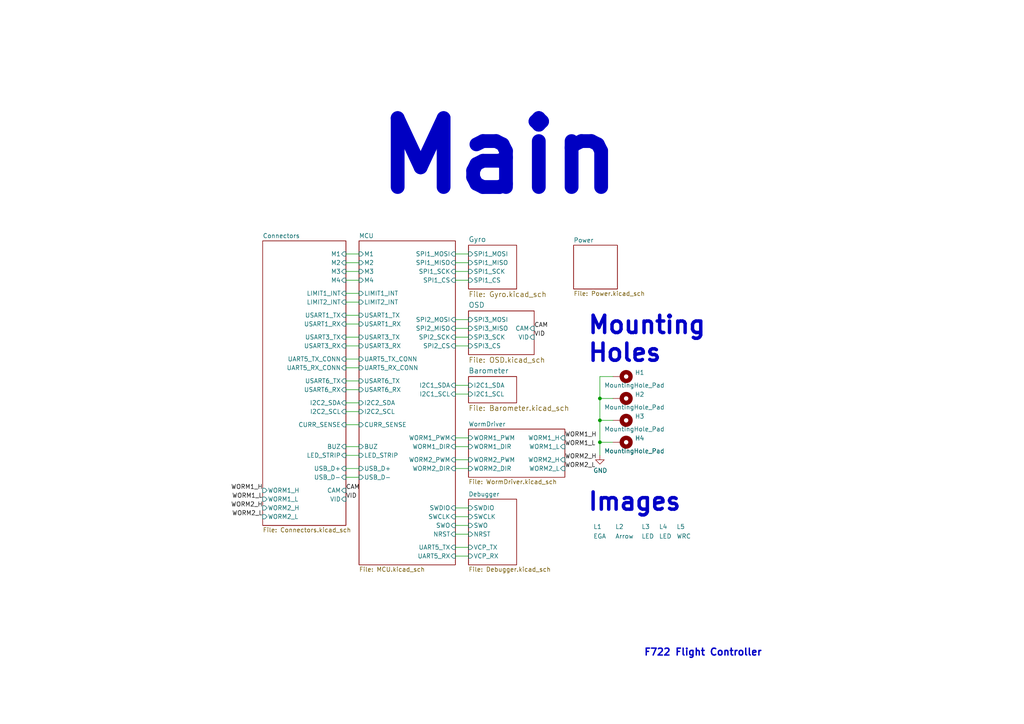
<source format=kicad_sch>
(kicad_sch (version 20211123) (generator eeschema)
  (paper "A4")
  (lib_symbols
    (symbol "JPW_Symbols:Arrow"
      (property "Reference" "L" (at 0 0 0))
      (property "Value" "Arrow" (at 0 0 0))
    )
    (symbol "JPW_Symbols:EGA"
      (property "Reference" "L" (at 0 0 0))
      (property "Value" "EGA" (at 0 0 0))
    )
    (symbol "JPW_Symbols:LED"
      (property "Reference" "L" (at 0 0 0))
      (property "Value" "LED" (at 0 0 0))
    )
    (symbol "JPW_Symbols:WRC"
      (property "Reference" "L" (at 0 0 0))
      (property "Value" "WRC" (at 0 0 0))
    )
    (symbol "Mechanical:MountingHole_Pad" (pin_numbers hide) (pin_names (offset 1.016) hide)
      (property "Reference" "H" (at 0 6.35 0))
      (property "Value" "MountingHole_Pad" (at 0 4.445 0))
      (symbol "MountingHole_Pad_0_1"
        (circle (center 0 1.27) (radius 1.27) (stroke (width 1.27)))
      )
      (symbol "MountingHole_Pad_1_1"
        (pin input line (at 0 -2.54 90) (length 2.54) (name "1") (number "1"))
      )
    )
    (symbol "power:GND" (power) (pin_names (offset 0))
      (property "Value" "GND" (at 0 -3.81 0))
      (symbol "GND_0_1"
        (polyline (pts (xy 0 0) (xy 0 -1.27) (xy 1.27 -1.27) (xy 0 -2.54) (xy -1.27 -1.27) (xy 0 -1.27)))
      )
      (symbol "GND_1_1"
        (pin power_in line (at 0 0 270) (length 0) hide (name "GND") (number "1"))
      )
    )
  )
  (junction (at 173.99 121.92))
  (junction (at 173.99 115.57))
  (junction (at 173.99 128.27))
  (wire (pts (xy 135.89 158.75) (xy 132.08 158.75)))
  (wire (pts (xy 100.33 106.68) (xy 104.14 106.68)))
  (wire (pts (xy 132.08 147.32) (xy 135.89 147.32)))
  (wire (pts (xy 100.33 116.84) (xy 104.14 116.84)))
  (wire (pts (xy 100.33 119.38) (xy 104.14 119.38)))
  (wire (pts (xy 173.99 115.57) (xy 173.99 121.92)))
  (wire (pts (xy 100.33 91.44) (xy 104.14 91.44)))
  (wire (pts (xy 100.33 87.63) (xy 104.14 87.63)))
  (wire (pts (xy 177.8 115.57) (xy 173.99 115.57)))
  (wire (pts (xy 135.89 152.4) (xy 132.08 152.4)))
  (wire (pts (xy 100.33 93.98) (xy 104.14 93.98)))
  (wire (pts (xy 104.14 132.08) (xy 100.33 132.08)))
  (wire (pts (xy 132.08 78.74) (xy 135.89 78.74)))
  (wire (pts (xy 100.33 113.03) (xy 104.14 113.03)))
  (wire (pts (xy 132.08 129.54) (xy 135.89 129.54)))
  (wire (pts (xy 132.08 100.33) (xy 135.89 100.33)))
  (wire (pts (xy 100.33 85.09) (xy 104.14 85.09)))
  (wire (pts (xy 104.14 138.43) (xy 100.33 138.43)))
  (wire (pts (xy 173.99 121.92) (xy 173.99 128.27)))
  (wire (pts (xy 100.33 73.66) (xy 104.14 73.66)))
  (wire (pts (xy 100.33 81.28) (xy 104.14 81.28)))
  (wire (pts (xy 177.8 109.22) (xy 173.99 109.22)))
  (wire (pts (xy 100.33 123.19) (xy 104.14 123.19)))
  (wire (pts (xy 132.08 149.86) (xy 135.89 149.86)))
  (wire (pts (xy 132.08 114.3) (xy 135.89 114.3)))
  (wire (pts (xy 100.33 76.2) (xy 104.14 76.2)))
  (wire (pts (xy 132.08 95.25) (xy 135.89 95.25)))
  (wire (pts (xy 135.89 97.79) (xy 132.08 97.79)))
  (wire (pts (xy 132.08 81.28) (xy 135.89 81.28)))
  (wire (pts (xy 100.33 135.89) (xy 104.14 135.89)))
  (wire (pts (xy 100.33 78.74) (xy 104.14 78.74)))
  (wire (pts (xy 132.08 135.89) (xy 135.89 135.89)))
  (wire (pts (xy 100.33 110.49) (xy 104.14 110.49)))
  (wire (pts (xy 100.33 97.79) (xy 104.14 97.79)))
  (wire (pts (xy 132.08 73.66) (xy 135.89 73.66)))
  (wire (pts (xy 100.33 129.54) (xy 104.14 129.54)))
  (wire (pts (xy 132.08 92.71) (xy 135.89 92.71)))
  (wire (pts (xy 132.08 161.29) (xy 135.89 161.29)))
  (wire (pts (xy 100.33 104.14) (xy 104.14 104.14)))
  (wire (pts (xy 132.08 127) (xy 135.89 127)))
  (wire (pts (xy 132.08 154.94) (xy 135.89 154.94)))
  (wire (pts (xy 132.08 111.76) (xy 135.89 111.76)))
  (wire (pts (xy 177.8 128.27) (xy 173.99 128.27)))
  (wire (pts (xy 100.33 100.33) (xy 104.14 100.33)))
  (wire (pts (xy 173.99 109.22) (xy 173.99 115.57)))
  (wire (pts (xy 132.08 133.35) (xy 135.89 133.35)))
  (wire (pts (xy 132.08 76.2) (xy 135.89 76.2)))
  (wire (pts (xy 173.99 121.92) (xy 177.8 121.92)))
  (wire (pts (xy 173.99 128.27) (xy 173.99 132.08)))
  (text "Mounting \nHoles" (at 170.18 105.41 0) (effects (font (size 5.0038 5.0038) (thickness 1.0008) bold) (justify left bottom)))
  (text "Images" (at 170.18 148.59 0) (effects (font (size 5.0038 5.0038) (thickness 1.0008) bold) (justify left bottom)))
  (text "F722 Flight Controller" (at 186.69 190.5 0) (effects (font (size 2.0066 2.0066) (thickness 0.4013) bold) (justify left bottom)))
  (text "Main" (at 107.95 57.15 0) (effects (font (size 19.9898 19.9898) (thickness 3.998) bold) (justify left bottom)))
  (label "CAM" (at 100.33 142.24 0))
  (label "WORM1_L" (at 76.2 144.78 180))
  (label "VID" (at 154.94 97.79 0))
  (label "VID" (at 100.33 144.78 0))
  (label "WORM2_L" (at 76.2 149.86 180))
  (label "WORM1_H" (at 163.83 127 0))
  (label "WORM1_H" (at 76.2 142.24 180))
  (label "WORM2_H" (at 163.83 133.35 0))
  (label "CAM" (at 154.94 95.25 0))
  (label "WORM2_L" (at 163.83 135.89 0))
  (label "WORM1_L" (at 163.83 129.54 0))
  (label "WORM2_H" (at 76.2 147.32 180))
  (symbol (lib_id "Mechanical:MountingHole_Pad") (at 180.34 109.22 270) (unit 1)
    (property "Reference" "H1" (at 184.15 108.0516 90) (effects (justify left)))
    (property "Value" "MountingHole_Pad" (at 175.26 111.76 90) (effects (justify left)))
    (property "Footprint" "MyConnectors:MountingHole_6_4" (effects hide))
  )
  (symbol (lib_id "Mechanical:MountingHole_Pad") (at 180.34 115.57 270) (unit 1)
    (property "Reference" "H2" (at 184.15 114.4016 90) (effects (justify left)))
    (property "Value" "MountingHole_Pad" (at 175.26 118.11 90) (effects (justify left)))
    (property "Footprint" "MyConnectors:MountingHole_6_4" (effects hide))
  )
  (symbol (lib_id "Mechanical:MountingHole_Pad") (at 180.34 121.92 270) (unit 1)
    (property "Reference" "H3" (at 184.15 120.7516 90) (effects (justify left)))
    (property "Value" "MountingHole_Pad" (at 175.26 124.46 90) (effects (justify left)))
    (property "Footprint" "MyConnectors:MountingHole_6_4" (effects hide))
  )
  (symbol (lib_id "Mechanical:MountingHole_Pad") (at 180.34 128.27 270) (unit 1)
    (property "Reference" "H4" (at 184.15 127.1016 90) (effects (justify left)))
    (property "Value" "MountingHole_Pad" (at 175.26 130.81 90) (effects (justify left)))
    (property "Footprint" "MyConnectors:MountingHole_6_4" (effects hide))
  )
  (symbol (lib_id "power:GND") (at 173.99 132.08 0) (unit 1)
    (property "Reference" "#PWR01" (effects hide))
    (property "Value" "GND" (at 174.117 136.4742 0))
  )
  (symbol (lib_id "JPW_Symbols:Arrow") (at 177.8 153.67 0) (unit 1)
    (property "Reference" "L2" (at 178.435 152.7615 0) (effects (justify left)))
    (property "Value" "Arrow" (at 178.435 155.5366 0) (effects (justify left)))
    (property "Footprint" "JPW_Footprints:Arrow" (effects hide))
  )
  (symbol (lib_id "JPW_Symbols:EGA") (at 171.45 153.67 0) (unit 1)
    (property "Reference" "L1" (at 172.085 152.7615 0) (effects (justify left)))
    (property "Value" "EGA" (at 172.085 155.5366 0) (effects (justify left)))
    (property "Footprint" "JPW_Footprints:EGA" (effects hide))
  )
  (symbol (lib_id "JPW_Symbols:LED") (at 190.5 153.67 0) (unit 1)
    (property "Reference" "L4" (at 191.135 152.7615 0) (effects (justify left)))
    (property "Value" "LED" (at 191.135 155.5366 0) (effects (justify left)))
    (property "Footprint" "JPW_Footprints:LED" (effects hide))
  )
  (symbol (lib_id "JPW_Symbols:WRC") (at 195.58 153.67 0) (unit 1)
    (property "Reference" "L5" (at 196.215 152.7615 0) (effects (justify left)))
    (property "Value" "WRC" (at 196.215 155.5366 0) (effects (justify left)))
    (property "Footprint" "JPW_Footprints:WRC2" (effects hide))
  )
  (symbol (lib_id "JPW_Symbols:LED") (at 185.42 153.67 0) (unit 1)
    (property "Reference" "L3" (at 186.055 152.7615 0) (effects (justify left)))
    (property "Value" "LED" (at 186.055 155.5366 0) (effects (justify left)))
    (property "Footprint" "JPW_Footprints:LED" (effects hide))
  )
  (sheet (at 104.14 69.85) (size 27.94 93.98)
    (property "Sheet name" "MCU" (at 104.14 69.1384 0) (effects (justify left bottom)))
    (property "Sheet file" "MCU.kicad_sch" (at 104.14 164.4146 0) (effects (justify left top)))
    (pin "SPI1_CS" input (at 132.08 81.28 0))
    (pin "SPI1_SCK" input (at 132.08 78.74 0))
    (pin "SPI1_MISO" input (at 132.08 76.2 0))
    (pin "SPI1_MOSI" input (at 132.08 73.66 0))
    (pin "SPI2_CS" input (at 132.08 100.33 0))
    (pin "SPI2_SCK" input (at 132.08 97.79 0))
    (pin "SPI2_MISO" input (at 132.08 95.25 0))
    (pin "SPI2_MOSI" input (at 132.08 92.71 0))
    (pin "USART1_TX" input (at 104.14 91.44 180))
    (pin "USART1_RX" input (at 104.14 93.98 180))
    (pin "I2C2_SCL" input (at 104.14 119.38 180))
    (pin "USART6_RX" input (at 104.14 113.03 180))
    (pin "USART6_TX" input (at 104.14 110.49 180))
    (pin "I2C1_SCL" input (at 132.08 114.3 0))
    (pin "I2C1_SDA" input (at 132.08 111.76 0))
    (pin "M1" input (at 104.14 73.66 180))
    (pin "I2C2_SDA" input (at 104.14 116.84 180))
    (pin "M2" input (at 104.14 76.2 180))
    (pin "M4" input (at 104.14 81.28 180))
    (pin "M3" input (at 104.14 78.74 180))
    (pin "SWDIO" input (at 132.08 147.32 0))
    (pin "SWCLK" input (at 132.08 149.86 0))
    (pin "SWO" input (at 132.08 152.4 0))
    (pin "NRST" input (at 132.08 154.94 0))
    (pin "USB_D-" input (at 104.14 138.43 180))
    (pin "USB_D+" input (at 104.14 135.89 180))
    (pin "LED_STRIP" input (at 104.14 132.08 180))
    (pin "UART5_TX" input (at 132.08 158.75 0))
    (pin "UART5_RX" input (at 132.08 161.29 0))
    (pin "BUZ" input (at 104.14 129.54 180))
    (pin "CURR_SENSE" input (at 104.14 123.19 180))
    (pin "USART3_RX" input (at 104.14 100.33 180))
    (pin "USART3_TX" input (at 104.14 97.79 180))
    (pin "LIMIT1_INT" input (at 104.14 85.09 180))
    (pin "LIMIT2_INT" input (at 104.14 87.63 180))
    (pin "UART5_RX_CONN" input (at 104.14 106.68 180))
    (pin "UART5_TX_CONN" input (at 104.14 104.14 180))
    (pin "WORM2_DIR" input (at 132.08 135.89 0))
    (pin "WORM1_PWM" input (at 132.08 127 0))
    (pin "WORM1_DIR" input (at 132.08 129.54 0))
    (pin "WORM2_PWM" input (at 132.08 133.35 0))
  )
  (sheet (at 166.37 71.12) (size 12.7 12.7)
    (property "Sheet name" "Power" (at 166.37 70.4084 0) (effects (justify left bottom)))
    (property "Sheet file" "Power.kicad_sch" (at 166.37 84.4046 0) (effects (justify left top)))
  )
  (sheet (at 76.2 69.85) (size 24.13 82.55)
    (property "Sheet name" "Connectors" (at 76.2 69.1384 0) (effects (justify left bottom)))
    (property "Sheet file" "Connectors.kicad_sch" (at 76.2 152.9846 0) (effects (justify left top)))
    (pin "M2" input (at 100.33 76.2 0))
    (pin "M1" input (at 100.33 73.66 0))
    (pin "M3" input (at 100.33 78.74 0))
    (pin "M4" input (at 100.33 81.28 0))
    (pin "CAM" input (at 100.33 142.24 0))
    (pin "VID" input (at 100.33 144.78 0))
    (pin "I2C2_SDA" input (at 100.33 116.84 0))
    (pin "I2C2_SCL" input (at 100.33 119.38 0))
    (pin "USART1_TX" input (at 100.33 91.44 0))
    (pin "USART1_RX" input (at 100.33 93.98 0))
    (pin "USART6_TX" input (at 100.33 110.49 0))
    (pin "USART6_RX" input (at 100.33 113.03 0))
    (pin "USB_D+" input (at 100.33 135.89 0))
    (pin "USB_D-" input (at 100.33 138.43 0))
    (pin "LED_STRIP" input (at 100.33 132.08 0))
    (pin "BUZ" input (at 100.33 129.54 0))
    (pin "CURR_SENSE" input (at 100.33 123.19 0))
    (pin "USART3_TX" input (at 100.33 97.79 0))
    (pin "USART3_RX" input (at 100.33 100.33 0))
    (pin "LIMIT1_INT" input (at 100.33 85.09 0))
    (pin "LIMIT2_INT" input (at 100.33 87.63 0))
    (pin "WORM1_H" input (at 76.2 142.24 180))
    (pin "WORM1_L" input (at 76.2 144.78 180))
    (pin "WORM2_H" input (at 76.2 147.32 180))
    (pin "WORM2_L" input (at 76.2 149.86 180))
    (pin "UART5_RX_CONN" input (at 100.33 106.68 0))
    (pin "UART5_TX_CONN" input (at 100.33 104.14 0))
  )
  (sheet (at 135.89 90.17) (size 19.05 12.7)
    (property "Sheet name" "OSD" (at 135.89 89.3441 0) (effects (font (size 1.4986 1.4986)) (justify left bottom)))
    (property "Sheet file" "OSD.kicad_sch" (at 135.89 103.546 0) (effects (font (size 1.4986 1.4986)) (justify left top)))
    (pin "SPI3_SCK" input (at 135.89 97.79 180))
    (pin "SPI3_MOSI" input (at 135.89 92.71 180))
    (pin "SPI3_MISO" input (at 135.89 95.25 180))
    (pin "VID" input (at 154.94 97.79 0))
    (pin "CAM" input (at 154.94 95.25 0))
    (pin "SPI3_CS" input (at 135.89 100.33 180))
  )
  (sheet (at 135.89 71.12) (size 13.97 12.7)
    (property "Sheet name" "Gyro" (at 135.89 70.2941 0) (effects (font (size 1.4986 1.4986)) (justify left bottom)))
    (property "Sheet file" "Gyro.kicad_sch" (at 135.89 84.496 0) (effects (font (size 1.4986 1.4986)) (justify left top)))
    (pin "SPI1_MOSI" input (at 135.89 73.66 180))
    (pin "SPI1_MISO" input (at 135.89 76.2 180))
    (pin "SPI1_SCK" input (at 135.89 78.74 180))
    (pin "SPI1_CS" input (at 135.89 81.28 180))
  )
  (sheet (at 135.89 109.22) (size 13.97 7.62)
    (property "Sheet name" "Barometer" (at 135.89 108.3941 0) (effects (font (size 1.4986 1.4986)) (justify left bottom)))
    (property "Sheet file" "Barometer.kicad_sch" (at 135.89 117.516 0) (effects (font (size 1.4986 1.4986)) (justify left top)))
    (pin "I2C1_SDA" input (at 135.89 111.76 180))
    (pin "I2C1_SCL" input (at 135.89 114.3 180))
  )
  (sheet (at 135.89 144.78) (size 13.97 19.05)
    (property "Sheet name" "Debugger" (at 135.89 144.0684 0) (effects (justify left bottom)))
    (property "Sheet file" "Debugger.kicad_sch" (at 135.89 164.4146 0) (effects (justify left top)))
    (pin "SWDIO" input (at 135.89 147.32 180))
    (pin "SWO" input (at 135.89 152.4 180))
    (pin "SWCLK" input (at 135.89 149.86 180))
    (pin "NRST" input (at 135.89 154.94 180))
    (pin "VCP_RX" input (at 135.89 161.29 180))
    (pin "VCP_TX" input (at 135.89 158.75 180))
  )
  (sheet (at 135.89 124.46) (size 27.94 13.97)
    (property "Sheet name" "WormDriver" (at 135.89 123.7484 0) (effects (justify left bottom)))
    (property "Sheet file" "WormDriver.kicad_sch" (at 135.89 139.0146 0) (effects (justify left top)))
    (pin "WORM2_H" input (at 163.83 133.35 0))
    (pin "WORM2_L" input (at 163.83 135.89 0))
    (pin "WORM1_L" input (at 163.83 129.54 0))
    (pin "WORM1_H" input (at 163.83 127 0))
    (pin "WORM1_PWM" input (at 135.89 127 180))
    (pin "WORM1_DIR" input (at 135.89 129.54 180))
    (pin "WORM2_PWM" input (at 135.89 133.35 180))
    (pin "WORM2_DIR" input (at 135.89 135.89 180))
  )
)
</source>
